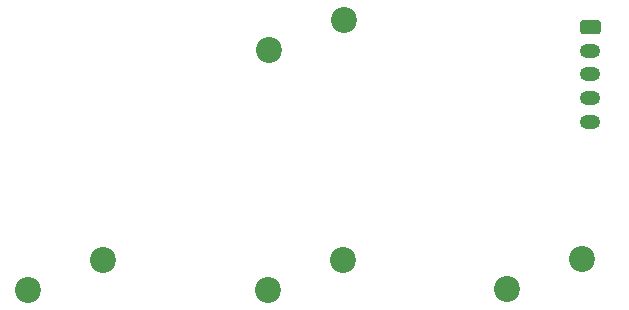
<source format=gbl>
%TF.GenerationSoftware,KiCad,Pcbnew,(5.1.12)-1*%
%TF.CreationDate,2021-12-29T02:26:32-05:00*%
%TF.ProjectId,4keymacropad,346b6579-6d61-4637-926f-7061642e6b69,rev?*%
%TF.SameCoordinates,Original*%
%TF.FileFunction,Copper,L2,Bot*%
%TF.FilePolarity,Positive*%
%FSLAX46Y46*%
G04 Gerber Fmt 4.6, Leading zero omitted, Abs format (unit mm)*
G04 Created by KiCad (PCBNEW (5.1.12)-1) date 2021-12-29 02:26:32*
%MOMM*%
%LPD*%
G01*
G04 APERTURE LIST*
%TA.AperFunction,ComponentPad*%
%ADD10C,2.200000*%
%TD*%
%TA.AperFunction,ComponentPad*%
%ADD11O,1.750000X1.200000*%
%TD*%
G04 APERTURE END LIST*
D10*
%TO.P,SW2,1*%
%TO.N,Net-(J1-Pad3)*%
X116840000Y-95885000D03*
%TO.P,SW2,2*%
%TO.N,Net-(J1-Pad1)*%
X110490000Y-98425000D03*
%TD*%
%TO.P,J1,1*%
%TO.N,Net-(J1-Pad1)*%
%TA.AperFunction,ComponentPad*%
G36*
G01*
X157489999Y-75600000D02*
X158740001Y-75600000D01*
G75*
G02*
X158990000Y-75849999I0J-249999D01*
G01*
X158990000Y-76550001D01*
G75*
G02*
X158740001Y-76800000I-249999J0D01*
G01*
X157489999Y-76800000D01*
G75*
G02*
X157240000Y-76550001I0J249999D01*
G01*
X157240000Y-75849999D01*
G75*
G02*
X157489999Y-75600000I249999J0D01*
G01*
G37*
%TD.AperFunction*%
D11*
%TO.P,J1,2*%
%TO.N,Net-(J1-Pad2)*%
X158115000Y-78200000D03*
%TO.P,J1,3*%
%TO.N,Net-(J1-Pad3)*%
X158115000Y-80200000D03*
%TO.P,J1,4*%
%TO.N,Net-(J1-Pad4)*%
X158115000Y-82200000D03*
%TO.P,J1,5*%
%TO.N,Net-(J1-Pad5)*%
X158115000Y-84200000D03*
%TD*%
D10*
%TO.P,SW1,1*%
%TO.N,Net-(J1-Pad2)*%
X137235001Y-75640001D03*
%TO.P,SW1,2*%
%TO.N,Net-(J1-Pad1)*%
X130885001Y-78180001D03*
%TD*%
%TO.P,SW3,2*%
%TO.N,Net-(J1-Pad1)*%
X130810000Y-98425000D03*
%TO.P,SW3,1*%
%TO.N,Net-(J1-Pad4)*%
X137160000Y-95885000D03*
%TD*%
%TO.P,SW4,2*%
%TO.N,Net-(J1-Pad1)*%
X151085001Y-98380001D03*
%TO.P,SW4,1*%
%TO.N,Net-(J1-Pad5)*%
X157435001Y-95840001D03*
%TD*%
M02*

</source>
